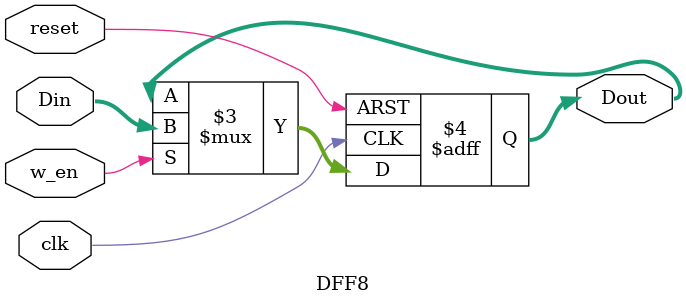
<source format=v>

module DFF8(Din, reset, w_en, clk, Dout);

input [7:0]Din;
input clk, reset, w_en;
output [7:0] Dout;

reg Dout;

// always@(negedge clk) ..... falling edge-triggered 
always@ (posedge clk or negedge reset) begin  // .... positive edge-triggered
	if (!reset)
		Dout <= 8'd0;
	// "<=": non-blocking cal, it is used in Sequential Circuit.
	// "=": blocking cal, it is used in Combinational Circuit.
	else
		Dout <= (w_en)?Din:Dout;
end

endmodule

</source>
